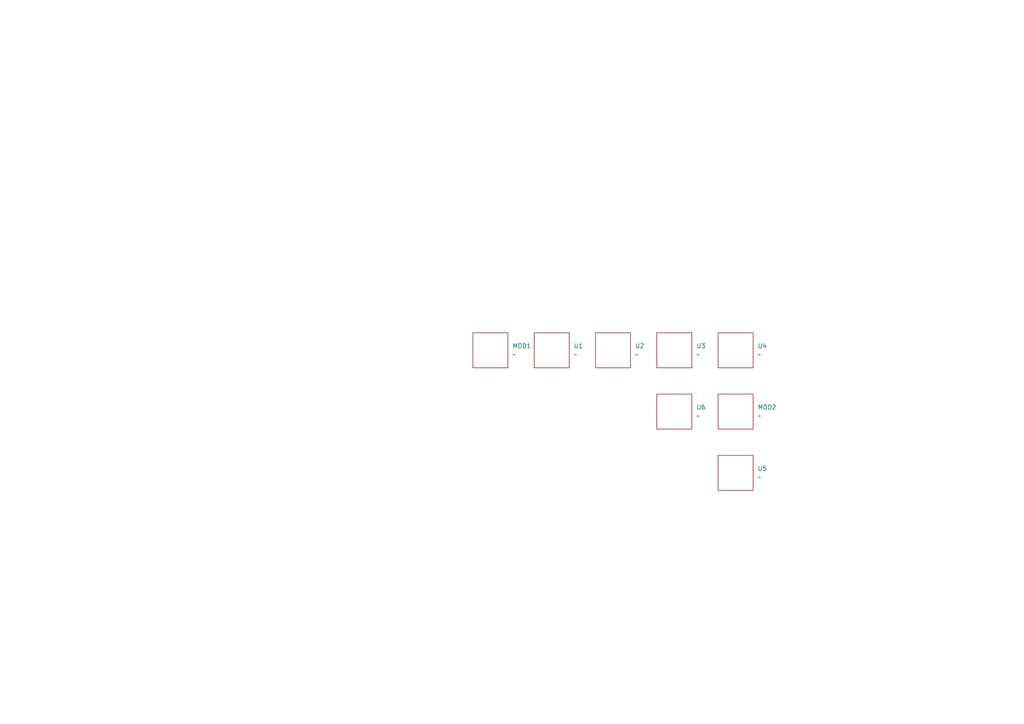
<source format=kicad_sch>
(kicad_sch (version 20250114) (generator "eeschema") (generator_version "9.0")
  (paper "A4")
  (lib_symbols
    (symbol "UNITED_MODULES_DATA_BASE:AD74416H_POWER_INTERFACE_MODULE"
      (property "Reference" "MOD" (at 0 7.62 0))
      (symbol "AD74416H_POWER_INTERFACE_MODULE_0_1"
        (rectangle (start -5.08 5.08) (end 5.08 -5.08))
      )
    )
    (symbol "UNITED_MODULES_DATA_BASE:MINIMAL_AD74416H"
      (property "Reference" "U" (at 5.08 7.62 0))
      (symbol "MINIMAL_AD74416H_0_1"
        (rectangle (start -5.08 5.08) (end 5.08 -5.08))
      )
    )
    (symbol "UNITED_MODULES_DATA_BASE:MINIMAL_AD74416H_STACK_ADAPTER"
      (property "Reference" "U" (at 5.08 7.62 0))
      (symbol "MINIMAL_AD74416H_STACK_ADAPTER_0_1"
        (rectangle (start -5.08 5.08) (end 5.08 -5.08))
      )
    )
    (symbol "UNITED_MODULES_DATA_BASE:MINIMAL_ADP1074"
      (property "Reference" "MOD" (at 0 7.62 0))
      (symbol "MINIMAL_ADP1074_0_1"
        (rectangle (start -5.08 5.08) (end 5.08 -5.08))
      )
    )
    (symbol "UNITED_MODULES_DATA_BASE:MINIMAL_ADPL76030"
      (property "Reference" "U" (at 5.08 7.62 0))
      (symbol "MINIMAL_ADPL76030_0_1"
        (rectangle (start -5.08 5.08) (end 5.08 -5.08))
      )
    )
  )
  (symbol (lib_id "UNITED_MODULES_DATA_BASE:MINIMAL_AD74416H_STACK_ADAPTER") (at 195.58 119.38 0) (unit 1)
    (property "Reference" "U6" (at 201.93 118.1099 0) (effects (justify left)))
    (property "Value" "~" (at 201.93 120.6499 0) (effects (justify left)))
    (property "Footprint" "modules_footprints:minimal_ad74416h_stack_adapter" (effects (hide yes)))
  )
  (symbol (lib_id "UNITED_MODULES_DATA_BASE:MINIMAL_AD74416H") (at 160.02 101.6 0) (unit 1)
    (property "Reference" "U1" (at 166.37 100.3299 0) (effects (justify left)))
    (property "Value" "~" (at 166.37 102.8699 0) (effects (justify left)))
    (property "Footprint" "modules_footprints:minimal_ad74416h" (effects (hide yes)))
  )
  (symbol (lib_id "UNITED_MODULES_DATA_BASE:MINIMAL_ADPL76030") (at 213.36 137.16 0) (unit 1)
    (property "Reference" "U5" (at 219.71 135.8899 0) (effects (justify left)))
    (property "Value" "~" (at 219.71 138.4299 0) (effects (justify left)))
    (property "Footprint" "modules_footprints:minimal_adpl76030" (effects (hide yes)))
  )
  (symbol (lib_id "UNITED_MODULES_DATA_BASE:AD74416H_POWER_INTERFACE_MODULE") (at 142.24 101.6 0) (unit 1)
    (property "Reference" "MOD1" (at 148.59 100.3299 0) (effects (justify left)))
    (property "Value" "~" (at 148.59 102.8699 0) (effects (justify left)))
    (property "Footprint" "modules_footprints:ad74416h_power_interface_module" (effects (hide yes)))
  )
  (symbol (lib_id "UNITED_MODULES_DATA_BASE:MINIMAL_AD74416H") (at 213.36 101.6 0) (unit 1)
    (property "Reference" "U4" (at 219.71 100.3299 0) (effects (justify left)))
    (property "Value" "~" (at 219.71 102.8699 0) (effects (justify left)))
    (property "Footprint" "modules_footprints:minimal_ad74416h" (effects (hide yes)))
  )
  (symbol (lib_id "UNITED_MODULES_DATA_BASE:MINIMAL_AD74416H") (at 195.58 101.6 0) (unit 1)
    (property "Reference" "U3" (at 201.93 100.3299 0) (effects (justify left)))
    (property "Value" "~" (at 201.93 102.8699 0) (effects (justify left)))
    (property "Footprint" "modules_footprints:minimal_ad74416h" (effects (hide yes)))
  )
  (symbol (lib_id "UNITED_MODULES_DATA_BASE:MINIMAL_ADP1074") (at 213.36 119.38 0) (unit 1)
    (property "Reference" "MOD2" (at 219.71 118.1099 0) (effects (justify left)))
    (property "Value" "~" (at 219.71 120.6499 0) (effects (justify left)))
    (property "Footprint" "modules_footprints:minimal_adp1074" (effects (hide yes)))
  )
  (symbol (lib_id "UNITED_MODULES_DATA_BASE:MINIMAL_AD74416H") (at 177.8 101.6 0) (unit 1)
    (property "Reference" "U2" (at 184.15 100.3299 0) (effects (justify left)))
    (property "Value" "~" (at 184.15 102.8699 0) (effects (justify left)))
    (property "Footprint" "modules_footprints:minimal_ad74416h" (effects (hide yes)))
  )
)
</source>
